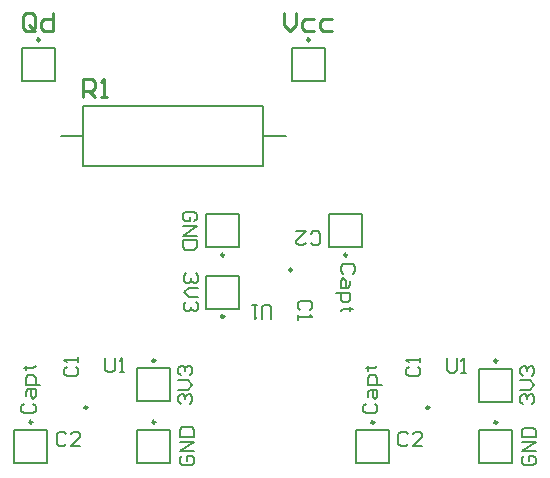
<source format=gbr>
%TF.GenerationSoftware,Altium Limited,Altium Designer,22.7.1 (60)*%
G04 Layer_Color=65535*
%FSLAX43Y43*%
%MOMM*%
%TF.SameCoordinates,798C7C01-C923-4F4B-AA1E-7D7C4C9A7158*%
%TF.FilePolarity,Positive*%
%TF.FileFunction,Legend,Top*%
%TF.Part,CustomerPanel*%
G01*
G75*
%TA.AperFunction,NonConductor*%
%ADD21C,0.250*%
%ADD22C,0.200*%
%ADD23C,0.254*%
D21*
X9284Y11463D02*
G03*
X9284Y11463I-125J0D01*
G01*
X19698Y16670D02*
G03*
X19698Y16670I-125J0D01*
G01*
Y11463D02*
G03*
X19698Y11463I-125J0D01*
G01*
X13940Y12715D02*
G03*
X13940Y12715I-125J0D01*
G01*
X35689Y25611D02*
G03*
X35689Y25611I125J0D01*
G01*
X25275Y20404D02*
G03*
X25275Y20404I125J0D01*
G01*
Y25611D02*
G03*
X25275Y25611I125J0D01*
G01*
X31033Y24359D02*
G03*
X31033Y24359I125J0D01*
G01*
X32779Y43833D02*
G03*
X32779Y43833I-125J0D01*
G01*
X9919D02*
G03*
X9919Y43833I-125J0D01*
G01*
X38234Y11448D02*
G03*
X38234Y11448I-125J0D01*
G01*
X48648Y16655D02*
G03*
X48648Y16655I-125J0D01*
G01*
Y11448D02*
G03*
X48648Y11448I-125J0D01*
G01*
X42890Y12700D02*
G03*
X42890Y12700I-125J0D01*
G01*
D22*
X7759Y10813D02*
X10559D01*
X10559Y8013D02*
Y10813D01*
X7759Y8013D02*
X10559D01*
X7759Y8013D02*
Y10813D01*
X18173Y16020D02*
X20973D01*
X20973Y13220D02*
Y16020D01*
X18173Y13220D02*
X20973D01*
X18173Y13220D02*
Y16020D01*
Y10813D02*
X20973D01*
X20973Y8013D02*
Y10813D01*
X18173Y8013D02*
X20973D01*
X18173Y8013D02*
Y10813D01*
X21967Y8613D02*
X21767Y8413D01*
Y8013D01*
X21967Y7814D01*
X22767D01*
X22967Y8013D01*
Y8413D01*
X22767Y8613D01*
X22367D01*
Y8213D01*
X22967Y9013D02*
X21767D01*
X22967Y9813D01*
X21767D01*
Y10213D02*
X22967D01*
Y10813D01*
X22767Y11012D01*
X21967D01*
X21767Y10813D01*
Y10213D01*
X8559Y13039D02*
X8359Y12839D01*
Y12440D01*
X8559Y12240D01*
X9359D01*
X9559Y12440D01*
Y12839D01*
X9359Y13039D01*
X8759Y13639D02*
Y14039D01*
X8959Y14239D01*
X9559D01*
Y13639D01*
X9359Y13439D01*
X9159Y13639D01*
Y14239D01*
X9959Y14639D02*
X8759D01*
Y15239D01*
X8959Y15439D01*
X9359D01*
X9559Y15239D01*
Y14639D01*
X8559Y16038D02*
X8759D01*
Y15838D01*
Y16238D01*
Y16038D01*
X9359D01*
X9559Y16238D01*
X21840Y13021D02*
X21640Y13220D01*
Y13620D01*
X21840Y13820D01*
X22040D01*
X22240Y13620D01*
Y13420D01*
Y13620D01*
X22440Y13820D01*
X22640D01*
X22840Y13620D01*
Y13220D01*
X22640Y13021D01*
X21640Y14220D02*
X22440D01*
X22840Y14620D01*
X22440Y15020D01*
X21640D01*
X21840Y15420D02*
X21640Y15620D01*
Y16020D01*
X21840Y16219D01*
X22040D01*
X22240Y16020D01*
Y15820D01*
Y16020D01*
X22440Y16219D01*
X22640D01*
X22840Y16020D01*
Y15620D01*
X22640Y15420D01*
X15471Y16871D02*
Y15871D01*
X15671Y15671D01*
X16071D01*
X16271Y15871D01*
Y16871D01*
X16671Y15671D02*
X17071D01*
X16871D01*
Y16871D01*
X16671Y16671D01*
X12134Y10448D02*
X11934Y10648D01*
X11534D01*
X11334Y10448D01*
Y9648D01*
X11534Y9448D01*
X11934D01*
X12134Y9648D01*
X13334Y9448D02*
X12534D01*
X13334Y10248D01*
Y10448D01*
X13134Y10648D01*
X12734D01*
X12534Y10448D01*
X12188Y16144D02*
X11988Y15944D01*
Y15544D01*
X12188Y15344D01*
X12988D01*
X13188Y15544D01*
Y15944D01*
X12988Y16144D01*
X13188Y16544D02*
Y16944D01*
Y16744D01*
X11988D01*
X12188Y16544D01*
X37214Y26261D02*
X34414D01*
X34414Y29061D02*
Y26261D01*
X37214Y29061D02*
X34414D01*
X37214Y29061D02*
Y26261D01*
X26800Y21054D02*
X24000D01*
X24000Y23854D02*
Y21054D01*
X26800Y23854D02*
X24000D01*
X26800Y23854D02*
Y21054D01*
Y26261D02*
X24000D01*
X24000Y29061D02*
Y26261D01*
X26800Y29061D02*
X24000D01*
X26800Y29061D02*
Y26261D01*
X23006Y28460D02*
X23206Y28660D01*
Y29060D01*
X23006Y29260D01*
X22206D01*
X22006Y29060D01*
Y28660D01*
X22206Y28460D01*
X22606D01*
Y28860D01*
X22006Y28061D02*
X23206D01*
X22006Y27261D01*
X23206D01*
Y26861D02*
X22006D01*
Y26261D01*
X22206Y26061D01*
X23006D01*
X23206Y26261D01*
Y26861D01*
X36414Y24034D02*
X36614Y24234D01*
Y24634D01*
X36414Y24834D01*
X35614D01*
X35414Y24634D01*
Y24234D01*
X35614Y24034D01*
X36214Y23434D02*
Y23035D01*
X36014Y22835D01*
X35414D01*
Y23434D01*
X35614Y23634D01*
X35814Y23434D01*
Y22835D01*
X35014Y22435D02*
X36214D01*
Y21835D01*
X36014Y21635D01*
X35614D01*
X35414Y21835D01*
Y22435D01*
X36414Y21035D02*
X36214D01*
Y21235D01*
Y20835D01*
Y21035D01*
X35614D01*
X35414Y20835D01*
X23133Y24053D02*
X23333Y23853D01*
Y23453D01*
X23133Y23253D01*
X22933D01*
X22733Y23453D01*
Y23653D01*
Y23453D01*
X22533Y23253D01*
X22333D01*
X22133Y23453D01*
Y23853D01*
X22333Y24053D01*
X23333Y22854D02*
X22533D01*
X22133Y22454D01*
X22533Y22054D01*
X23333D01*
X23133Y21654D02*
X23333Y21454D01*
Y21054D01*
X23133Y20854D01*
X22933D01*
X22733Y21054D01*
Y21254D01*
Y21054D01*
X22533Y20854D01*
X22333D01*
X22133Y21054D01*
Y21454D01*
X22333Y21654D01*
X29502Y20203D02*
Y21203D01*
X29302Y21402D01*
X28902D01*
X28702Y21203D01*
Y20203D01*
X28302Y21402D02*
X27902D01*
X28102D01*
Y20203D01*
X28302Y20403D01*
X32839Y26626D02*
X33039Y26426D01*
X33439D01*
X33639Y26626D01*
Y27426D01*
X33439Y27625D01*
X33039D01*
X32839Y27426D01*
X31639Y27625D02*
X32439D01*
X31639Y26826D01*
Y26626D01*
X31839Y26426D01*
X32239D01*
X32439Y26626D01*
X32785Y20930D02*
X32985Y21130D01*
Y21529D01*
X32785Y21729D01*
X31985D01*
X31785Y21529D01*
Y21130D01*
X31985Y20930D01*
X31785Y20530D02*
Y20130D01*
Y20330D01*
X32985D01*
X32785Y20530D01*
X31254Y43183D02*
X34054D01*
X34054Y40383D02*
Y43183D01*
X31254Y40383D02*
X34054D01*
X31254Y40383D02*
Y43183D01*
X8394D02*
X11194D01*
X11194Y40383D02*
Y43183D01*
X8394Y40383D02*
X11194D01*
X8394Y40383D02*
Y43183D01*
X11699Y35687D02*
X13604D01*
X28844D02*
X30749D01*
X28844Y33147D02*
Y38227D01*
X13604D02*
X28844D01*
X13604Y33147D02*
Y38227D01*
Y33147D02*
X28844D01*
X36709Y10798D02*
X39509D01*
X39509Y7998D02*
Y10798D01*
X36709Y7998D02*
X39509D01*
X36709Y7998D02*
Y10798D01*
X47123Y16005D02*
X49923D01*
X49923Y13205D02*
Y16005D01*
X47123Y13205D02*
X49923D01*
X47123Y13205D02*
Y16005D01*
Y10798D02*
X49923D01*
X49923Y7998D02*
Y10798D01*
X47123Y7998D02*
X49923D01*
X47123Y7998D02*
Y10798D01*
X50917Y8598D02*
X50717Y8398D01*
Y7998D01*
X50917Y7799D01*
X51717D01*
X51917Y7998D01*
Y8398D01*
X51717Y8598D01*
X51317D01*
Y8198D01*
X51917Y8998D02*
X50717D01*
X51917Y9798D01*
X50717D01*
Y10198D02*
X51917D01*
Y10798D01*
X51717Y10997D01*
X50917D01*
X50717Y10798D01*
Y10198D01*
X37509Y13024D02*
X37309Y12824D01*
Y12425D01*
X37509Y12225D01*
X38309D01*
X38509Y12425D01*
Y12824D01*
X38309Y13024D01*
X37709Y13624D02*
Y14024D01*
X37909Y14224D01*
X38509D01*
Y13624D01*
X38309Y13424D01*
X38109Y13624D01*
Y14224D01*
X38909Y14624D02*
X37709D01*
Y15224D01*
X37909Y15424D01*
X38309D01*
X38509Y15224D01*
Y14624D01*
X37509Y16023D02*
X37709D01*
Y15823D01*
Y16223D01*
Y16023D01*
X38309D01*
X38509Y16223D01*
X50790Y13006D02*
X50590Y13205D01*
Y13605D01*
X50790Y13805D01*
X50990D01*
X51190Y13605D01*
Y13405D01*
Y13605D01*
X51390Y13805D01*
X51590D01*
X51790Y13605D01*
Y13205D01*
X51590Y13006D01*
X50590Y14205D02*
X51390D01*
X51790Y14605D01*
X51390Y15005D01*
X50590D01*
X50790Y15405D02*
X50590Y15605D01*
Y16005D01*
X50790Y16204D01*
X50990D01*
X51190Y16005D01*
Y15805D01*
Y16005D01*
X51390Y16204D01*
X51590D01*
X51790Y16005D01*
Y15605D01*
X51590Y15405D01*
X44421Y16856D02*
Y15856D01*
X44621Y15656D01*
X45021D01*
X45221Y15856D01*
Y16856D01*
X45621Y15656D02*
X46021D01*
X45821D01*
Y16856D01*
X45621Y16656D01*
X41084Y10433D02*
X40884Y10633D01*
X40484D01*
X40284Y10433D01*
Y9633D01*
X40484Y9433D01*
X40884D01*
X41084Y9633D01*
X42284Y9433D02*
X41484D01*
X42284Y10233D01*
Y10433D01*
X42084Y10633D01*
X41684D01*
X41484Y10433D01*
X41138Y16129D02*
X40938Y15929D01*
Y15529D01*
X41138Y15329D01*
X41938D01*
X42138Y15529D01*
Y15929D01*
X41938Y16129D01*
X42138Y16529D02*
Y16929D01*
Y16729D01*
X40938D01*
X41138Y16529D01*
D23*
X13604Y38989D02*
Y40513D01*
X14366D01*
X14620Y40259D01*
Y39751D01*
X14366Y39497D01*
X13604D01*
X14112D02*
X14620Y38989D01*
X15128D02*
X15636D01*
X15382D01*
Y40513D01*
X15128Y40259D01*
X30623Y46101D02*
Y45085D01*
X31130Y44577D01*
X31638Y45085D01*
Y46101D01*
X33162Y45593D02*
X32400D01*
X32146Y45339D01*
Y44831D01*
X32400Y44577D01*
X33162D01*
X34685Y45593D02*
X33924D01*
X33670Y45339D01*
Y44831D01*
X33924Y44577D01*
X34685D01*
X9540Y44831D02*
Y45847D01*
X9286Y46101D01*
X8778D01*
X8524Y45847D01*
Y44831D01*
X8778Y44577D01*
X9286D01*
X9032Y45085D02*
X9540Y44577D01*
X9286D02*
X9540Y44831D01*
X11064Y46101D02*
Y44577D01*
X10302D01*
X10048Y44831D01*
Y45339D01*
X10302Y45593D01*
X11064D01*
%TF.MD5,1b8aaa9028cce4aaf8eda18c9327602c*%
M02*

</source>
